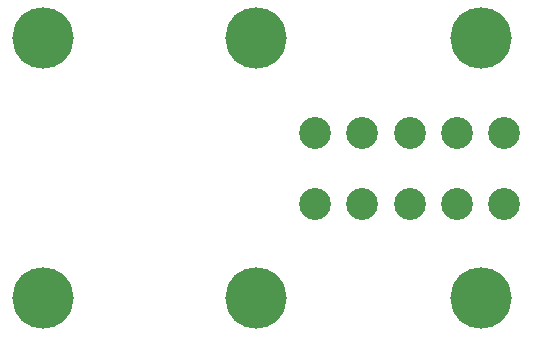
<source format=gtl>
G04 MADE WITH FRITZING*
G04 WWW.FRITZING.ORG*
G04 DOUBLE SIDED*
G04 HOLES PLATED*
G04 CONTOUR ON CENTER OF CONTOUR VECTOR*
%ASAXBY*%
%FSLAX23Y23*%
%MOIN*%
%OFA0B0*%
%SFA1.0B1.0*%
%ADD10C,0.204725*%
%ADD11C,0.106299*%
%LNCOPPER1*%
G90*
G70*
G54D10*
X157Y1027D03*
X157Y161D03*
X866Y1027D03*
X866Y161D03*
X1614Y1027D03*
X1614Y161D03*
G54D11*
X1535Y476D03*
X1378Y712D03*
X1378Y476D03*
X1693Y476D03*
X1693Y712D03*
X1535Y712D03*
X1220Y712D03*
X1063Y712D03*
X1220Y476D03*
X1063Y476D03*
G04 End of Copper1*
M02*
</source>
